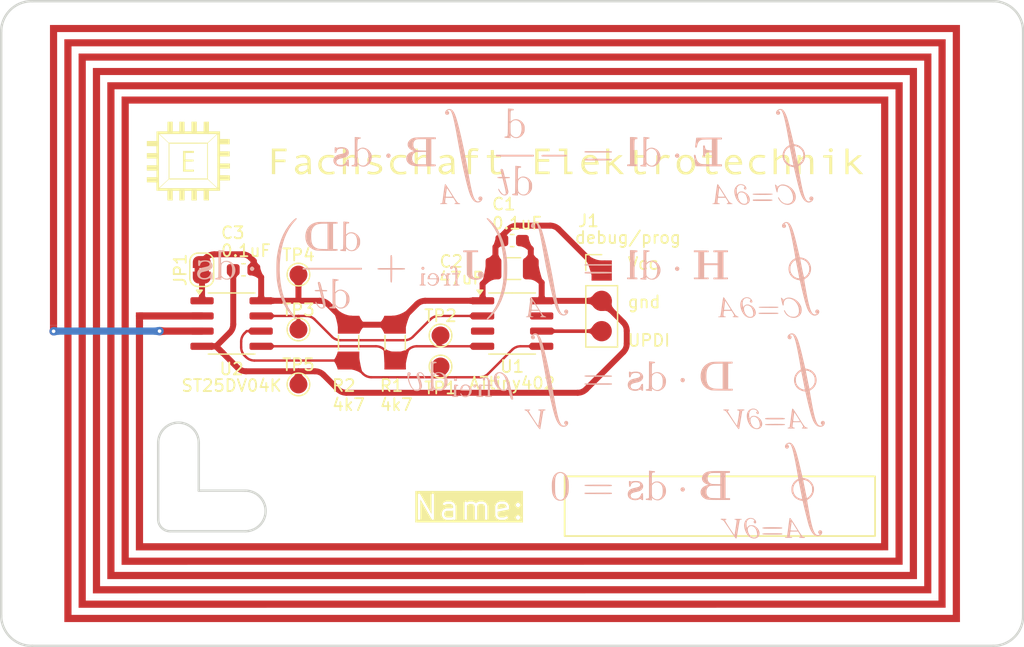
<source format=kicad_pcb>
(kicad_pcb (version 20240108) (generator "pcbnew") (generator_version "8.0")
  (title_block (date "2025-03-04") (rev "V1.0.0"))
  (layers (0 "F.Cu" signal) (31 "B.Cu" signal) (34 "B.Paste" user) (35 "F.Paste" user) (36 "B.SilkS" user "B.Silkscreen") (37 "F.SilkS" user "F.Silkscreen") (38 "B.Mask" user) (39 "F.Mask" user) (44 "Edge.Cuts" user))
  (net 0 "")
  (net 1 "VCC")
  (net 2 "GND")
  (net 3 "Net-(J1-Pin_3)")
  (net 4 "Net-(U2-AC0)")
  (net 5 "Net-(U2-AC1)")
  (net 8 "/scl")
  (net 9 "/sda")
  (net 10 "/gpo")
  (net 11 "/V_EH")
  (footprint "footprint_lib:debug_pads" (layer "F.Cu") (at 100 74.6)
    (property "Reference" "J1" (at -1.1 -6.7 0) (layer "F.SilkS"))
    (property "Value" "debug/prog" (at 2.2 -5.3 0) (layer "F.SilkS"))
    (pad "1" smd rect (at 0 -2.54 90) (size 1.7 1.7) (layers "F.Cu" "F.Mask") (net 1 "VCC"))
    (pad "2" smd oval (at 0 0) (size 1.7 1.7) (layers "F.Cu" "F.Mask") (net 2 "GND"))
    (pad "3" smd oval (at 0 2.54) (size 1.7 1.7) (layers "F.Cu" "F.Mask") (net 3 "Net-(J1-Pin_3)"))
  )
  (footprint "Package_SO:SOIC-8_3.9x4.9mm_P1.27mm" (layer "F.Cu") (at 92.5 76.5)
    (property "Reference" "U1" (at 0 3.6 0) (layer "F.SilkS"))
    (property "Value" "ATtiny402" (at 0 5 0) (layer "F.SilkS"))
    (pad "1" smd roundrect (at -2.475 -1.905) (size 1.95 0.6) (layers "F.Cu" "F.Paste" "F.Mask") (net 1 "VCC"))
    (pad "2" smd roundrect (at -2.475 -0.635) (size 1.95 0.6) (layers "F.Cu" "F.Paste" "F.Mask") (net 10 "/gpo"))
    (pad "3" smd roundrect (at -2.475 0.635) (size 1.95 0.6) (layers "F.Cu" "F.Paste" "F.Mask"))
    (pad "4" smd roundrect (at -2.475 1.905) (size 1.95 0.6) (layers "F.Cu" "F.Paste" "F.Mask") (net 8 "/scl"))
    (pad "5" smd roundrect (at 2.475 1.905) (size 1.95 0.6) (layers "F.Cu" "F.Paste" "F.Mask") (net 9 "/sda"))
    (pad "6" smd roundrect (at 2.475 0.635) (size 1.95 0.6) (layers "F.Cu" "F.Paste" "F.Mask") (net 3 "Net-(J1-Pin_3)"))
    (pad "7" smd roundrect (at 2.475 -0.635) (size 1.95 0.6) (layers "F.Cu" "F.Paste" "F.Mask"))
    (pad "8" smd roundrect (at 2.475 -1.905) (size 1.95 0.6) (layers "F.Cu" "F.Paste" "F.Mask") (net 2 "GND"))
  )
  (footprint "TestPoint:TestPoint_Pad_D1.5mm" (layer "F.Cu") (at 86.5 77.5)
    (property "Reference" "TP2" (at 0 -1.648 0) (layer "F.SilkS"))
    (property "Value" "sda")
    (pad "1" smd circle (at 0 0) (size 1.5 1.5) (layers "F.Cu" "F.Mask") (net 8 "/scl"))
  )
  (footprint "Capacitor_SMD:C_0603_1608Metric_Pad1.08x0.95mm_HandSolder" (layer "F.Cu") (at 70 72 180)
    (property "Reference" "C3" (at 0.9 3.1 180) (layer "F.SilkS"))
    (property "Value" "0.1uF" (at -0.2 1.6 180) (layer "F.SilkS"))
    (pad "1" smd roundrect (at -0.8625 0 180) (size 1.075 0.95) (layers "F.Cu" "F.Paste" "F.Mask") (net 1 "VCC"))
    (pad "2" smd roundrect (at 0.8625 0 180) (size 1.075 0.95) (layers "F.Cu" "F.Paste" "F.Mask") (net 2 "GND"))
  )
  (footprint "TestPoint:TestPoint_Pad_D1.5mm" (layer "F.Cu") (at 74.6 81.6)
    (property "Reference" "TP5" (at 0 -1.648 0) (layer "F.SilkS"))
    (property "Value" "gnd")
    (pad "1" smd circle (at 0 0) (size 1.5 1.5) (layers "F.Cu" "F.Mask") (net 2 "GND"))
  )
  (footprint "Capacitor_SMD:C_0603_1608Metric_Pad1.08x0.95mm_HandSolder" (layer "F.Cu") (at 92.5 69.55)
    (property "Reference" "C1" (at -0.7 -3.05 0) (layer "F.SilkS"))
    (property "Value" "0.1uF" (at 0.4 -1.45 180) (layer "F.SilkS"))
    (pad "1" smd roundrect (at -0.8625 0) (size 1.075 0.95) (layers "F.Cu" "F.Paste" "F.Mask") (net 1 "VCC"))
    (pad "2" smd roundrect (at 0.8625 0) (size 1.075 0.95) (layers "F.Cu" "F.Paste" "F.Mask") (net 2 "GND"))
  )
  (footprint "Package_SO:SOIC-8-1EP_3.9x4.9mm_P1.27mm_EP2.29x3mm" (layer "F.Cu") (at 69 76.5)
    (property "Reference" "U2" (at 0 3.8 0) (layer "F.SilkS"))
    (property "Value" "ST25DV04K" (at 0 5.2 0) (layer "F.SilkS"))
    (pad "1" smd roundrect (at -2.475 -1.905) (size 1.95 0.6) (layers "F.Cu" "F.Paste" "F.Mask") (net 11 "/V_EH"))
    (pad "2" smd roundrect (at -2.475 -0.635) (size 1.95 0.6) (layers "F.Cu" "F.Paste" "F.Mask") (net 4 "Net-(U2-AC0)"))
    (pad "3" smd roundrect (at -2.475 0.635) (size 1.95 0.6) (layers "F.Cu" "F.Paste" "F.Mask") (net 5 "Net-(U2-AC1)"))
    (pad "4" smd roundrect (at -2.475 1.905) (size 1.95 0.6) (layers "F.Cu" "F.Paste" "F.Mask") (net 2 "GND"))
    (pad "5" smd roundrect (at 2.475 1.905) (size 1.95 0.6) (layers "F.Cu" "F.Paste" "F.Mask") (net 8 "/scl"))
    (pad "6" smd roundrect (at 2.475 0.635) (size 1.95 0.6) (layers "F.Cu" "F.Paste" "F.Mask") (net 9 "/sda"))
    (pad "7" smd roundrect (at 2.475 -0.635) (size 1.95 0.6) (layers "F.Cu" "F.Paste" "F.Mask") (net 10 "/gpo"))
    (pad "8" smd roundrect (at 2.475 -1.905) (size 1.95 0.6) (layers "F.Cu" "F.Paste" "F.Mask") (net 1 "VCC"))
  )
  (footprint "LOGO" (layer "F.Cu") (at 91.9 62.9)
    (property "Reference" "G***" (hide yes))
    (property "Value" "LOGO" (hide yes))
  )
  (footprint "footprint_lib:nfc antenna_optimized" (layer "F.Cu") (at 92.5 76.5)
    (property "Reference" "AE1" (hide yes))
    (property "Value" "Antenna_Loop")
    (fp_poly (pts (xy 37.51238 0) (xy 37.51238 25.008253) (xy 0 25.008253) (xy -37.51238 25.008253) (xy -37.51238 0.598208) (xy -37.51238 -23.811838) (xy -0.598206 -23.811838) (xy 36.315969 -23.811838) (xy 36.31332 -0.002647) (xy 36.310671 23.806544) (xy -0.002647 23.809193) (xy -36.315965 23.811841) (xy -36.315965 0.598209) (xy -36.315965 -22.615423) (xy -0.598205 -22.615423) (xy 35.119554 -22.615423) (xy 35.116905 -0.007941) (xy 35.114256 22.599541) (xy -0.002647 22.60219) (xy -35.11955 22.604838) (xy -35.11955 0.598209) (xy -35.11955 -21.40842) (xy -0.603502 -21.40842) (xy 33.912547 -21.40842) (xy 33.912547 0) (xy 33.912547 21.40842) (xy 0 21.40842) (xy -33.912547 21.40842) (xy -33.912547 0.598208) (xy -33.912547 -20.212005) (xy -0.598205 -20.212005) (xy 32.716137 -20.212005) (xy 32.713487 -0.002647) (xy 32.710838 20.206711) (xy -0.002647 20.20936) (xy -32.716132 20.212008) (xy -32.716132 0.598209) (xy -32.716132 -19.01559) (xy -0.603499 -19.01559) (xy 31.509134 -19.01559) (xy 31.506484 -0.007941) (xy 31.503835 18.999708) (xy -0.007941 19.002357) (xy -31.519717 19.005006) (xy -31.517033 -0.335) (xy -30.917033 -0.335) (xy -30.916215 18.401501) (xy -0.005294 18.401501) (xy 30.905627 18.401501) (xy 30.905627 -0.010588) (xy 30.905627 -18.422676) (xy -0.603502 -18.422676) (xy -32.112631 -18.422676) (xy -32.112631 0.592914) (xy -32.112631 19.608503) (xy 0 19.608503) (xy 32.11263 19.608503) (xy 32.11263 -0.005294) (xy 32.11263 -19.619091) (xy -0.598208 -19.619091) (xy -33.309046 -19.619091) (xy -33.309046 0.592914) (xy -33.309046 20.804919) (xy 0 20.804919) (xy 33.309045 20.804919) (xy 33.309045 -0.005294) (xy 33.309045 -20.815507) (xy -0.603502 -20.815507) (xy -34.516049 -20.815507) (xy -34.516049 0.592914) (xy -34.516049 22.001334) (xy 0 22.001334) (xy 34.516048 22.001334) (xy 34.516048 -0.010588) (xy 34.516048 -22.022509) (xy -0.598208 -22.022509) (xy -35.712464 -22.022509) (xy -35.712464 0.592914) (xy -35.712464 23.208337) (xy 0 23.208337) (xy 35.712463 23.208337) (xy 35.712463 -0.005294) (xy 35.712463 -23.218925) (xy -0.598208 -23.218925) (xy -36.908879 -23.218925) (xy -36.908879 0.592914) (xy -36.908879 24.404752) (xy 0 24.404752) (xy 36.908878 24.404752) (xy 36.908878 -0.005294) (xy 36.908878 -24.41534) (xy -0.301751 -24.41534) (xy -38.113893 -24.413893) (xy -38.115627 0.15) (xy -38.715627 0.15) (xy -38.714284 -24.414181) (xy -38.713697 -25.008868) (xy 0 -25.008253) (xy 37.51238 -25.008253)) (fill solid) (layer "F.Cu"))
    (pad "1" smd rect (at -31.217033 -0.635) (size 0.6 0.6) (layers "F.Cu") (net 4 "Net-(U2-AC0)"))
    (pad "2" smd rect (at -38.415627 0.45) (size 0.6 0.6) (layers "F.Cu") (net 5 "Net-(U2-AC1)"))
  )
  (footprint "TestPoint:TestPoint_Pad_D1.5mm" (layer "F.Cu") (at 74.6 77)
    (property "Reference" "TP3" (at 0 -1.648 0) (layer "F.SilkS"))
    (property "Value" "gpo")
    (pad "1" smd circle (at 0 0) (size 1.5 1.5) (layers "F.Cu" "F.Mask") (net 10 "/gpo"))
  )
  (footprint "Resistor_SMD:R_MiniMELF_MMA-0204" (layer "F.Cu") (at 78.8 78.1 -90)
    (property "Reference" "R2" (at 3.6 0.4 0) (layer "F.SilkS"))
    (property "Value" "4k7" (at 5.2 0 0) (layer "F.SilkS"))
    (pad "1" smd rect (at -1.5 0 270) (size 1.5 1.8) (layers "F.Cu" "F.Paste" "F.Mask") (net 1 "VCC"))
    (pad "2" smd rect (at 1.5 0 270) (size 1.5 1.8) (layers "F.Cu" "F.Paste" "F.Mask") (net 9 "/sda"))
  )
  (footprint "Jumper:SolderJumper-2_P1.3mm_Bridged2Bar_RoundedPad1.0x1.5mm" (layer "F.Cu") (at 66.5 72 90)
    (property "Reference" "JP1" (at 0 -1.8 -90) (layer "F.SilkS"))
    (property "Value" "NC")
    (fp_poly (pts (xy -0.25 -0.6) (xy 0.25 -0.6) (xy 0.25 -0.2) (xy -0.25 -0.2)) (fill solid) (layer "F.Cu"))
    (fp_poly (pts (xy -0.25 0.2) (xy 0.25 0.2) (xy 0.25 0.6) (xy -0.25 0.6)) (fill solid) (layer "F.Cu"))
    (pad "1" smd custom (at -0.65 0 90) (size 1 0.5) (layers "F.Cu" "F.Mask") (net 11 "/V_EH") (options (clearance outline) (anchor rect)) (primitives (gr_circle (center 0 0.25) (end 0.5 0.25) (width 0) (fill yes)) (gr_circle (center 0 -0.25) (end 0.5 -0.25) (width 0) (fill yes)) (gr_poly (pts (xy 0.5 0.75) (xy 0 0.75) (xy 0 -0.75) (xy 0.5 -0.75)) (width 0) (fill yes))))
    (pad "2" smd custom (at 0.65 0 90) (size 1 0.5) (layers "F.Cu" "F.Mask") (net 1 "VCC") (options (clearance outline) (anchor rect)) (primitives (gr_circle (center 0 0.25) (end 0.5 0.25) (width 0) (fill yes)) (gr_circle (center 0 -0.25) (end 0.5 -0.25) (width 0) (fill yes)) (gr_poly (pts (xy 0 0.75) (xy -0.5 0.75) (xy -0.5 -0.75) (xy 0 -0.75)) (width 0) (fill yes))))
  )
  (footprint "Resistor_SMD:R_MiniMELF_MMA-0204" (layer "F.Cu") (at 82.7 78.1 -90)
    (property "Reference" "R1" (at 3.6 0.3 0) (layer "F.SilkS"))
    (property "Value" "4k7" (at 5.2 -0.1 0) (layer "F.SilkS"))
    (pad "1" smd rect (at -1.5 0 270) (size 1.5 1.8) (layers "F.Cu" "F.Paste" "F.Mask") (net 1 "VCC"))
    (pad "2" smd rect (at 1.5 0 270) (size 1.5 1.8) (layers "F.Cu" "F.Paste" "F.Mask") (net 8 "/scl"))
  )
  (footprint "TestPoint:TestPoint_Pad_D1.5mm" (layer "F.Cu") (at 86.5 80.1)
    (property "Reference" "TP1" (at 0 1.8 0) (layer "F.SilkS"))
    (property "Value" "scl")
    (pad "1" smd circle (at 0 0) (size 1.5 1.5) (layers "F.Cu" "F.Mask") (net 9 "/sda"))
  )
  (footprint "TestPoint:TestPoint_Pad_D1.5mm" (layer "F.Cu") (at 74.6 72.4)
    (property "Reference" "TP4" (at 0 -1.648 0) (layer "F.SilkS"))
    (property "Value" "Vcc")
    (pad "1" smd circle (at 0 0) (size 1.5 1.5) (layers "F.Cu" "F.Mask") (net 1 "VCC"))
  )
  (footprint "Capacitor_SMD:C_1206_3216Metric_Pad1.33x1.80mm_HandSolder" (layer "F.Cu") (at 92.5 71.9)
    (property "Reference" "C2" (at -5.1 -0.6 0) (layer "F.SilkS"))
    (property "Value" "47uF" (at -4.3 0.8 0) (layer "F.SilkS"))
    (pad "1" smd roundrect (at -1.5625 0) (size 1.325 1.8) (layers "F.Cu" "F.Paste" "F.Mask") (roundrect_rratio 0.188679) (net 1 "VCC"))
    (pad "2" smd roundrect (at 1.5625 0) (size 1.325 1.8) (layers "F.Cu" "F.Paste" "F.Mask") (roundrect_rratio 0.188679) (net 2 "GND"))
  )
  (footprint "LOGO" (layer "B.Cu") (at 92.5 76.5 180)
    (property "Reference" "G***" (hide yes))
    (property "Value" "LOGO" (hide yes))
  )
  (gr_rect (start 96.9 89.3) (end 122.9 94.3) (stroke (width 0.15)) (fill none) (layer "F.SilkS"))
  (gr_line (start 52.3 49.5) (end 132.8 49.5) (stroke (width 0.2)) (layer "Edge.Cuts"))
  (gr_line (start 70.15 93.9) (end 63.85 93.9) (stroke (width 0.2)) (layer "Edge.Cuts"))
  (gr_line (start 66.25 90.5) (end 70.15 90.5) (stroke (width 0.2)) (layer "Edge.Cuts"))
  (gr_arc (start 70.15 90.5) (mid 71.85 92.2) (end 70.15 93.9) (stroke (width 0.2)) (layer "Edge.Cuts"))
  (gr_line (start 66.25 86.5) (end 66.25 90.5) (stroke (width 0.2)) (layer "Edge.Cuts"))
  (gr_arc (start 63.85 93.9) (mid 63.142893 93.607107) (end 62.85 92.9) (stroke (width 0.2)) (layer "Edge.Cuts"))
  (gr_line (start 132.8 103.5) (end 52.3 103.5) (stroke (width 0.2)) (layer "Edge.Cuts"))
  (gr_arc (start 135.3 101) (mid 134.567767 102.767767) (end 132.8 103.5) (stroke (width 0.2)) (layer "Edge.Cuts"))
  (gr_line (start 135.3 52) (end 135.3 101) (stroke (width 0.2)) (layer "Edge.Cuts"))
  (gr_arc (start 49.7 52) (mid 50.482233 50.211522) (end 52.3 49.5) (stroke (width 0.2)) (layer "Edge.Cuts"))
  (gr_line (start 49.7 101) (end 49.7 52) (stroke (width 0.2)) (layer "Edge.Cuts"))
  (gr_line (start 62.85 92.9) (end 62.85 86.5) (stroke (width 0.2)) (layer "Edge.Cuts"))
  (gr_arc (start 62.85 86.5) (mid 64.55 84.8) (end 66.25 86.5) (stroke (width 0.2)) (layer "Edge.Cuts"))
  (gr_arc (start 132.8 49.5) (mid 134.567767 50.232233) (end 135.3 52) (stroke (width 0.2)) (layer "Edge.Cuts"))
  (gr_arc (start 52.3 103.5) (mid 50.482233 102.788478) (end 49.7 101) (stroke (width 0.2)) (layer "Edge.Cuts"))
  (gr_text "Vcc\n\ngnd\n\nUPDI" (at 102.1 78.5 0) (layer "F.SilkS") (effects (font (size 1 1)) (justify left bottom)))
  (gr_text "Name:" (at 84.1 93.1 0) (layer "F.SilkS" knockout) (effects (font (size 2 2) (thickness 0.2)) (justify left bottom)))
  (segment (start 67.564214 70.7) (end 69.885786 70.7) (width 0.5) (layer "F.Cu") (net 1))
  (segment (start 78.8 76.6) (end 82.7 76.6) (width 0.5) (layer "F.Cu") (net 1))
  (segment (start 82.8 76.6) (end 84.512107 74.887893) (width 0.5) (layer "F.Cu") (net 1))
  (segment (start 90.9375 72.2625) (end 90.025 73.175) (width 0.5) (layer "F.Cu") (net 1))
  (segment (start 76.380786 74.595) (end 74.6 74.595) (width 0.5) (layer "F.Cu") (net 1))
  (segment (start 71.475 72.6125) (end 71.475 74.595) (width 0.5) (layer "F.Cu") (net 1))
  (segment (start 66.5 71.35) (end 66.857107 70.992893) (width 0.5) (layer "F.Cu") (net 1))
  (segment (start 70.8625 71.2625) (end 70.8625 72) (width 0.5) (layer "F.Cu") (net 1))
  (segment (start 95.685786 68.3) (end 92.914214 68.3) (width 0.5) (layer "F.Cu") (net 1))
  (segment (start 74.6 72.4) (end 74.6 74.595) (width 0.5) (layer "F.Cu") (net 1))
  (segment (start 99.86 72.06) (end 96.392893 68.592893) (width 0.5) (layer "F.Cu") (net 1))
  (segment (start 85.219214 74.595) (end 90.025 74.595) (width 0.5) (layer "F.Cu") (net 1))
  (segment (start 92.207107 68.592893) (end 91.6375 69.1625) (width 0.5) (layer "F.Cu") (net 1))
  (segment (start 91.1 70.0875) (end 91.1 71.7375) (width 0.5) (layer "F.Cu") (net 1))
  (segment (start 91.6375 69.1625) (end 91.6375 69.55) (width 0.5) (layer "F.Cu") (net 1))
  (segment (start 74.6 74.595) (end 71.475 74.595) (width 0.5) (layer "F.Cu") (net 1))
  (segment (start 70.592893 70.992893) (end 70.8625 71.2625) (width 0.5) (layer "F.Cu") (net 1))
  (segment (start 91.1 71.7375) (end 90.9375 71.9) (width 0.5) (layer "F.Cu") (net 1))
  (segment (start 91.6375 69.55) (end 91.1 70.0875) (width 0.5) (layer "F.Cu") (net 1))
  (segment (start 90.025 73.175) (end 90.025 74.595) (width 0.5) (layer "F.Cu") (net 1))
  (segment (start 78.8 76.6) (end 77.087893 74.887893) (width 0.5) (layer "F.Cu") (net 1))
  (segment (start 70.8625 72) (end 71.475 72.6125) (width 0.5) (layer "F.Cu") (net 1))
  (arc (start 76.380786 74.595) (mid 76.763469 74.67112) (end 77.087893 74.887893) (width 0.5) (layer "F.Cu") (net 1))
  (arc (start 69.885786 70.7) (mid 70.268469 70.77612) (end 70.592893 70.992893) (width 0.5) (layer "F.Cu") (net 1))
  (arc (start 85.219214 74.595) (mid 84.836531 74.67112) (end 84.512107 74.887893) (width 0.5) (layer "F.Cu") (net 1))
  (arc (start 96.392893 68.592893) (mid 96.06847 68.37612) (end 95.685786 68.3) (width 0.5) (layer "F.Cu") (net 1))
  (arc (start 92.914214 68.3) (mid 92.531531 68.37612) (end 92.207107 68.592893) (width 0.5) (layer "F.Cu") (net 1))
  (arc (start 66.857107 70.992893) (mid 67.18153 70.77612) (end 67.564214 70.7) (width 0.5) (layer "F.Cu") (net 1))
  (segment (start 68.2375 78.94712) (end 67.705 78.41462) (width 0.5) (layer "F.Cu") (net 2))
  (segment (start 69.1375 76.558286) (end 69.1375 72) (width 0.5) (layer "F.Cu") (net 2))
  (segment (start 93.3625 69.55) (end 94.0625 70.25) (width 0.5) (layer "F.Cu") (net 2))
  (segment (start 68.24712 78.94712) (end 68.2375 78.94712) (width 0.5) (layer "F.Cu") (net 2))
  (segment (start 68.2375 78.9375) (end 68.2375 78.94712) (width 0.5) (layer "F.Cu") (net 2))
  (segment (start 69.507107 80.207107) (end 68.24712 78.94712) (width 0.5) (layer "F.Cu") (net 2))
  (segment (start 67.705 78.405) (end 68.2375 78.9375) (width 0.5) (layer "F.Cu") (net 2))
  (segment (start 93.3625 69.5625) (end 93.3625 69.55) (width 0.5) (layer "F.Cu") (net 2))
  (segment (start 94.975 74.595) (end 94.975 73.075) (width 0.5) (layer "F.Cu") (net 2))
  (segment (start 100 74.6) (end 101.807107 76.407107) (width 0.5) (layer "F.Cu") (net 2))
  (segment (start 67.705 78.405) (end 68.844607 77.265393) (width 0.5) (layer "F.Cu") (net 2))
  (segment (start 97.985786 82.3) (end 78.614214 82.3) (width 0.5) (layer "F.Cu") (net 2))
  (segment (start 102.1 77.114214) (end 102.1 78.185786) (width 0.5) (layer "F.Cu") (net 2))
  (segment (start 75.985786 80.5) (end 74.6 80.5) (width 0.5) (layer "F.Cu") (net 2))
  (segment (start 67.705 78.41462) (end 67.705 78.405) (width 0.5) (layer "F.Cu") (net 2))
  (segment (start 74.6 80.5) (end 70.214214 80.5) (width 0.5) (layer "F.Cu") (net 2))
  (segment (start 74.6 81.6) (end 74.6 80.5) (width 0.5) (layer "F.Cu") (net 2))
  (segment (start 66.525 78.405) (end 67.705 78.405) (width 0.5) (layer "F.Cu") (net 2))
  (segment (start 94.975 73.075) (end 94.0625 72.1625) (width 0.5) (layer "F.Cu") (net 2))
  (segment (start 77.907107 82.007107) (end 76.692893 80.792893) (width 0.5) (layer "F.Cu") (net 2))
  (segment (start 101.807107 78.892893) (end 98.692893 82.007107) (width 0.5) (layer "F.Cu") (net 2))
  (segment (start 94.0625 70.25) (end 94.0625 71.9) (width 0.5) (layer "F.Cu") (net 2))
  (segment (start 100 74.6) (end 94.98 74.6) (width 0.5) (layer "F.Cu") (net 2))
  (arc (start 70.214214 80.5) (mid 69.831531 80.42388) (end 69.507107 80.207107) (width 0.5) (layer "F.Cu") (net 2))
  (arc (start 75.985786 80.5) (mid 76.368469 80.57612) (end 76.692893 80.792893) (width 0.5) (layer "F.Cu") (net 2))
  (arc (start 101.807107 76.407107) (mid 102.02388 76.73153) (end 102.1 77.114214) (width 0.5) (layer "F.Cu") (net 2))
  (arc (start 97.985786 82.3) (mid 98.368469 82.22388) (end 98.692893 82.007107) (width 0.5) (layer "F.Cu") (net 2))
  (arc (start 69.1375 76.558286) (mid 69.06138 76.940969) (end 68.844607 77.265393) (width 0.5) (layer "F.Cu") (net 2))
  (arc (start 78.614214 82.3) (mid 78.231531 82.22388) (end 77.907107 82.007107) (width 0.5) (layer "F.Cu") (net 2))
  (arc (start 102.1 78.185786) (mid 102.02388 78.568469) (end 101.807107 78.892893) (width 0.5) (layer "F.Cu") (net 2))
  (segment (start 100 77.14) (end 94.98 77.14) (width 0.3) (layer "F.Cu") (net 3))
  (segment (start 61.282967 75.865) (end 66.525 75.865) (width 0.6) (layer "F.Cu") (net 4))
  (segment (start 62.965 77.135) (end 66.525 77.135) (width 0.6) (layer "F.Cu") (net 5))
  (via (at 62.965 77.135) (size 0.7) (drill 0.3) (layers "F.Cu" "B.Cu") (net 5))
  (via (at 54.087603 77.15) (size 0.7) (drill 0.3) (layers "F.Cu" "B.Cu") (net 5))
  (segment (start 54.087603 77.15) (end 54.102251 77.135352) (width 0.6) (layer "B.Cu") (net 5))
  (segment (start 62.964648 77.135352) (end 62.965 77.135) (width 0.6) (layer "B.Cu") (net 5))
  (segment (start 54.102251 77.135352) (end 62.964648 77.135352) (width 0.6) (layer "B.Cu") (net 5))
  (segment (start 71.475 78.405) (end 81.090786 78.405) (width 0.2) (layer "F.Cu") (net 8))
  (segment (start 84.509214 78.405) (end 86.5 78.405) (width 0.2) (layer "F.Cu") (net 8))
  (segment (start 86.5 78.405) (end 90.025 78.405) (width 0.2) (layer "F.Cu") (net 8))
  (segment (start 86.5 77.5) (end 86.5 78.405) (width 0.2) (layer "F.Cu") (net 8))
  (segment (start 82.9 79.6) (end 83.802107 78.697893) (width 0.2) (layer "F.Cu") (net 8))
  (segment (start 81.797893 78.697893) (end 82.7 79.6) (width 0.2) (layer "F.Cu") (net 8))
  (arc (start 81.797893 78.697893) (mid 81.47347 78.48112) (end 81.090786 78.405) (width 0.2) (layer "F.Cu") (net 8))
  (arc (start 84.509214 78.405) (mid 84.126531 78.48112) (end 83.802107 78.697893) (width 0.2) (layer "F.Cu") (net 8))
  (segment (start 69.8 78.485786) (end 69.8 78.014214) (width 0.2) (layer "F.Cu") (net 9))
  (segment (start 78.8 79.6) (end 70.914214 79.6) (width 0.2) (layer "F.Cu") (net 9))
  (segment (start 86.5 81) (end 80.714214 81) (width 0.2) (layer "F.Cu") (net 9))
  (segment (start 80.007107 80.707107) (end 78.9 79.6) (width 0.2) (layer "F.Cu") (net 9))
  (segment (start 94.975 78.405) (end 93.209214 78.405) (width 0.2) (layer "F.Cu") (net 9))
  (segment (start 89.785786 81) (end 86.5 81) (width 0.2) (layer "F.Cu") (net 9))
  (segment (start 70.265 77.135) (end 71.475 77.135) (width 0.2) (layer "F.Cu") (net 9))
  (segment (start 92.502107 78.697893) (end 90.492893 80.707107) (width 0.2) (layer "F.Cu") (net 9))
  (segment (start 70.207107 79.307107) (end 70.092893 79.192893) (width 0.2) (layer "F.Cu") (net 9))
  (segment (start 86.5 80.1) (end 86.5 81) (width 0.2) (layer "F.Cu") (net 9))
  (segment (start 70.092893 77.307107) (end 70.265 77.135) (width 0.2) (layer "F.Cu") (net 9))
  (arc (start 89.785786 81) (mid 90.168469 80.92388) (end 90.492893 80.707107) (width 0.2) (layer "F.Cu") (net 9))
  (arc (start 69.8 78.485786) (mid 69.87612 78.868469) (end 70.092893 79.192893) (width 0.2) (layer "F.Cu") (net 9))
  (arc (start 70.092893 77.307107) (mid 69.87612 77.63153) (end 69.8 78.014214) (width 0.2) (layer "F.Cu") (net 9))
  (arc (start 80.714214 81) (mid 80.331531 80.92388) (end 80.007107 80.707107) (width 0.2) (layer "F.Cu") (net 9))
  (arc (start 93.209214 78.405) (mid 92.826531 78.48112) (end 92.502107 78.697893) (width 0.2) (layer "F.Cu") (net 9))
  (arc (start 70.914214 79.6) (mid 70.531531 79.52388) (end 70.207107 79.307107) (width 0.2) (layer "F.Cu") (net 9))
  (segment (start 78.114214 77.9) (end 83.485786 77.9) (width 0.2) (layer "F.Cu") (net 10))
  (segment (start 74.6 75.865) (end 75.250786 75.865) (width 0.2) (layer "F.Cu") (net 10))
  (segment (start 74.6 77) (end 74.6 75.865) (width 0.2) (layer "F.Cu") (net 10))
  (segment (start 86.349214 75.865) (end 90.025 75.865) (width 0.2) (layer "F.Cu") (net 10))
  (segment (start 71.475 75.865) (end 74.6 75.865) (width 0.2) (layer "F.Cu") (net 10))
  (segment (start 75.957893 76.157893) (end 77.407107 77.607107) (width 0.2) (layer "F.Cu") (net 10))
  (segment (start 84.192893 77.607107) (end 85.642107 76.157893) (width 0.2) (layer "F.Cu") (net 10))
  (arc (start 78.114214 77.9) (mid 77.731531 77.82388) (end 77.407107 77.607107) (width 0.2) (layer "F.Cu") (net 10))
  (arc (start 75.957893 76.157893) (mid 75.63347 75.94112) (end 75.250786 75.865) (width 0.2) (layer "F.Cu") (net 10))
  (arc (start 85.642107 76.157893) (mid 85.96653 75.94112) (end 86.349214 75.865) (width 0.2) (layer "F.Cu") (net 10))
  (arc (start 83.485786 77.9) (mid 83.868469 77.82388) (end 84.192893 77.607107) (width 0.2) (layer "F.Cu") (net 10))
  (segment (start 66.525 74.595) (end 66.525 72.675) (width 0.5) (layer "F.Cu") (net 11))
)
</source>
